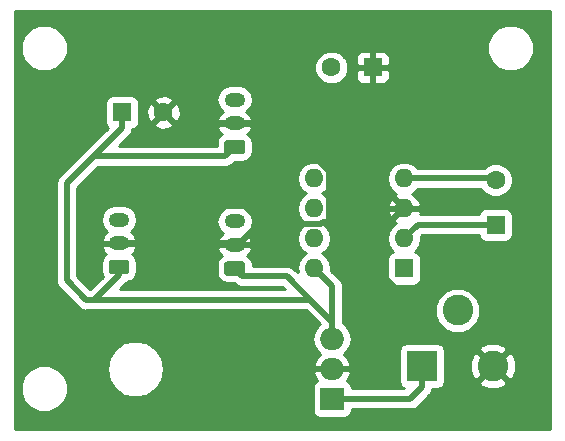
<source format=gbr>
G04 #@! TF.GenerationSoftware,KiCad,Pcbnew,(5.0.1)-rc2*
G04 #@! TF.CreationDate,2018-11-15T21:46:01-05:00*
G04 #@! TF.ProjectId,psu,7073752E6B696361645F706362000000,rev?*
G04 #@! TF.SameCoordinates,Original*
G04 #@! TF.FileFunction,Copper,L1,Top,Signal*
G04 #@! TF.FilePolarity,Positive*
%FSLAX46Y46*%
G04 Gerber Fmt 4.6, Leading zero omitted, Abs format (unit mm)*
G04 Created by KiCad (PCBNEW (5.0.1)-rc2) date 11/15/2018 9:46:01 PM*
%MOMM*%
%LPD*%
G01*
G04 APERTURE LIST*
G04 #@! TA.AperFunction,ComponentPad*
%ADD10R,2.600000X2.600000*%
G04 #@! TD*
G04 #@! TA.AperFunction,ComponentPad*
%ADD11C,2.600000*%
G04 #@! TD*
G04 #@! TA.AperFunction,ComponentPad*
%ADD12R,1.600000X1.600000*%
G04 #@! TD*
G04 #@! TA.AperFunction,ComponentPad*
%ADD13C,1.600000*%
G04 #@! TD*
G04 #@! TA.AperFunction,Conductor*
%ADD14C,0.100000*%
G04 #@! TD*
G04 #@! TA.AperFunction,ComponentPad*
%ADD15C,1.200000*%
G04 #@! TD*
G04 #@! TA.AperFunction,ComponentPad*
%ADD16O,1.750000X1.200000*%
G04 #@! TD*
G04 #@! TA.AperFunction,ComponentPad*
%ADD17O,1.600000X1.600000*%
G04 #@! TD*
G04 #@! TA.AperFunction,ComponentPad*
%ADD18R,2.000000X1.905000*%
G04 #@! TD*
G04 #@! TA.AperFunction,ComponentPad*
%ADD19O,2.000000X1.905000*%
G04 #@! TD*
G04 #@! TA.AperFunction,Conductor*
%ADD20C,0.508000*%
G04 #@! TD*
G04 #@! TA.AperFunction,Conductor*
%ADD21C,0.254000*%
G04 #@! TD*
G04 APERTURE END LIST*
D10*
G04 #@! TO.P,J3,1*
G04 #@! TO.N,Net-(J3-Pad1)*
X169926000Y-104394000D03*
D11*
G04 #@! TO.P,J3,2*
G04 #@! TO.N,GND*
X175926000Y-104394000D03*
G04 #@! TO.P,J3,3*
G04 #@! TO.N,N/C*
X172926000Y-99694000D03*
G04 #@! TD*
D12*
G04 #@! TO.P,C1,1*
G04 #@! TO.N,Net-(C1-Pad1)*
X176149000Y-92456000D03*
D13*
G04 #@! TO.P,C1,2*
G04 #@! TO.N,Net-(C1-Pad2)*
X176149000Y-88656000D03*
G04 #@! TD*
D12*
G04 #@! TO.P,C2,1*
G04 #@! TO.N,GND*
X165735000Y-79121000D03*
D13*
G04 #@! TO.P,C2,2*
G04 #@! TO.N,-9V*
X162235000Y-79121000D03*
G04 #@! TD*
G04 #@! TO.P,C3,2*
G04 #@! TO.N,GND*
X148026000Y-82931000D03*
D12*
G04 #@! TO.P,C3,1*
G04 #@! TO.N,+9V*
X144526000Y-82931000D03*
G04 #@! TD*
D14*
G04 #@! TO.N,+9V*
G04 #@! TO.C,J1*
G36*
X154700505Y-85253204D02*
X154724773Y-85256804D01*
X154748572Y-85262765D01*
X154771671Y-85271030D01*
X154793850Y-85281520D01*
X154814893Y-85294132D01*
X154834599Y-85308747D01*
X154852777Y-85325223D01*
X154869253Y-85343401D01*
X154883868Y-85363107D01*
X154896480Y-85384150D01*
X154906970Y-85406329D01*
X154915235Y-85429428D01*
X154921196Y-85453227D01*
X154924796Y-85477495D01*
X154926000Y-85501999D01*
X154926000Y-86202001D01*
X154924796Y-86226505D01*
X154921196Y-86250773D01*
X154915235Y-86274572D01*
X154906970Y-86297671D01*
X154896480Y-86319850D01*
X154883868Y-86340893D01*
X154869253Y-86360599D01*
X154852777Y-86378777D01*
X154834599Y-86395253D01*
X154814893Y-86409868D01*
X154793850Y-86422480D01*
X154771671Y-86432970D01*
X154748572Y-86441235D01*
X154724773Y-86447196D01*
X154700505Y-86450796D01*
X154676001Y-86452000D01*
X153425999Y-86452000D01*
X153401495Y-86450796D01*
X153377227Y-86447196D01*
X153353428Y-86441235D01*
X153330329Y-86432970D01*
X153308150Y-86422480D01*
X153287107Y-86409868D01*
X153267401Y-86395253D01*
X153249223Y-86378777D01*
X153232747Y-86360599D01*
X153218132Y-86340893D01*
X153205520Y-86319850D01*
X153195030Y-86297671D01*
X153186765Y-86274572D01*
X153180804Y-86250773D01*
X153177204Y-86226505D01*
X153176000Y-86202001D01*
X153176000Y-85501999D01*
X153177204Y-85477495D01*
X153180804Y-85453227D01*
X153186765Y-85429428D01*
X153195030Y-85406329D01*
X153205520Y-85384150D01*
X153218132Y-85363107D01*
X153232747Y-85343401D01*
X153249223Y-85325223D01*
X153267401Y-85308747D01*
X153287107Y-85294132D01*
X153308150Y-85281520D01*
X153330329Y-85271030D01*
X153353428Y-85262765D01*
X153377227Y-85256804D01*
X153401495Y-85253204D01*
X153425999Y-85252000D01*
X154676001Y-85252000D01*
X154700505Y-85253204D01*
X154700505Y-85253204D01*
G37*
D15*
G04 #@! TD*
G04 #@! TO.P,J1,1*
G04 #@! TO.N,+9V*
X154051000Y-85852000D03*
D16*
G04 #@! TO.P,J1,2*
G04 #@! TO.N,GND*
X154051000Y-83852000D03*
G04 #@! TO.P,J1,3*
G04 #@! TO.N,-9V*
X154051000Y-81852000D03*
G04 #@! TD*
G04 #@! TO.P,J2,3*
G04 #@! TO.N,-9V*
X154051000Y-92139000D03*
G04 #@! TO.P,J2,2*
G04 #@! TO.N,GND*
X154051000Y-94139000D03*
D14*
G04 #@! TD*
G04 #@! TO.N,+9V*
G04 #@! TO.C,J2*
G36*
X154700505Y-95540204D02*
X154724773Y-95543804D01*
X154748572Y-95549765D01*
X154771671Y-95558030D01*
X154793850Y-95568520D01*
X154814893Y-95581132D01*
X154834599Y-95595747D01*
X154852777Y-95612223D01*
X154869253Y-95630401D01*
X154883868Y-95650107D01*
X154896480Y-95671150D01*
X154906970Y-95693329D01*
X154915235Y-95716428D01*
X154921196Y-95740227D01*
X154924796Y-95764495D01*
X154926000Y-95788999D01*
X154926000Y-96489001D01*
X154924796Y-96513505D01*
X154921196Y-96537773D01*
X154915235Y-96561572D01*
X154906970Y-96584671D01*
X154896480Y-96606850D01*
X154883868Y-96627893D01*
X154869253Y-96647599D01*
X154852777Y-96665777D01*
X154834599Y-96682253D01*
X154814893Y-96696868D01*
X154793850Y-96709480D01*
X154771671Y-96719970D01*
X154748572Y-96728235D01*
X154724773Y-96734196D01*
X154700505Y-96737796D01*
X154676001Y-96739000D01*
X153425999Y-96739000D01*
X153401495Y-96737796D01*
X153377227Y-96734196D01*
X153353428Y-96728235D01*
X153330329Y-96719970D01*
X153308150Y-96709480D01*
X153287107Y-96696868D01*
X153267401Y-96682253D01*
X153249223Y-96665777D01*
X153232747Y-96647599D01*
X153218132Y-96627893D01*
X153205520Y-96606850D01*
X153195030Y-96584671D01*
X153186765Y-96561572D01*
X153180804Y-96537773D01*
X153177204Y-96513505D01*
X153176000Y-96489001D01*
X153176000Y-95788999D01*
X153177204Y-95764495D01*
X153180804Y-95740227D01*
X153186765Y-95716428D01*
X153195030Y-95693329D01*
X153205520Y-95671150D01*
X153218132Y-95650107D01*
X153232747Y-95630401D01*
X153249223Y-95612223D01*
X153267401Y-95595747D01*
X153287107Y-95581132D01*
X153308150Y-95568520D01*
X153330329Y-95558030D01*
X153353428Y-95549765D01*
X153377227Y-95543804D01*
X153401495Y-95540204D01*
X153425999Y-95539000D01*
X154676001Y-95539000D01*
X154700505Y-95540204D01*
X154700505Y-95540204D01*
G37*
D15*
G04 #@! TO.P,J2,1*
G04 #@! TO.N,+9V*
X154051000Y-96139000D03*
G04 #@! TD*
D14*
G04 #@! TO.N,+9V*
G04 #@! TO.C,J4*
G36*
X144921505Y-95413204D02*
X144945773Y-95416804D01*
X144969572Y-95422765D01*
X144992671Y-95431030D01*
X145014850Y-95441520D01*
X145035893Y-95454132D01*
X145055599Y-95468747D01*
X145073777Y-95485223D01*
X145090253Y-95503401D01*
X145104868Y-95523107D01*
X145117480Y-95544150D01*
X145127970Y-95566329D01*
X145136235Y-95589428D01*
X145142196Y-95613227D01*
X145145796Y-95637495D01*
X145147000Y-95661999D01*
X145147000Y-96362001D01*
X145145796Y-96386505D01*
X145142196Y-96410773D01*
X145136235Y-96434572D01*
X145127970Y-96457671D01*
X145117480Y-96479850D01*
X145104868Y-96500893D01*
X145090253Y-96520599D01*
X145073777Y-96538777D01*
X145055599Y-96555253D01*
X145035893Y-96569868D01*
X145014850Y-96582480D01*
X144992671Y-96592970D01*
X144969572Y-96601235D01*
X144945773Y-96607196D01*
X144921505Y-96610796D01*
X144897001Y-96612000D01*
X143646999Y-96612000D01*
X143622495Y-96610796D01*
X143598227Y-96607196D01*
X143574428Y-96601235D01*
X143551329Y-96592970D01*
X143529150Y-96582480D01*
X143508107Y-96569868D01*
X143488401Y-96555253D01*
X143470223Y-96538777D01*
X143453747Y-96520599D01*
X143439132Y-96500893D01*
X143426520Y-96479850D01*
X143416030Y-96457671D01*
X143407765Y-96434572D01*
X143401804Y-96410773D01*
X143398204Y-96386505D01*
X143397000Y-96362001D01*
X143397000Y-95661999D01*
X143398204Y-95637495D01*
X143401804Y-95613227D01*
X143407765Y-95589428D01*
X143416030Y-95566329D01*
X143426520Y-95544150D01*
X143439132Y-95523107D01*
X143453747Y-95503401D01*
X143470223Y-95485223D01*
X143488401Y-95468747D01*
X143508107Y-95454132D01*
X143529150Y-95441520D01*
X143551329Y-95431030D01*
X143574428Y-95422765D01*
X143598227Y-95416804D01*
X143622495Y-95413204D01*
X143646999Y-95412000D01*
X144897001Y-95412000D01*
X144921505Y-95413204D01*
X144921505Y-95413204D01*
G37*
D15*
G04 #@! TD*
G04 #@! TO.P,J4,1*
G04 #@! TO.N,+9V*
X144272000Y-96012000D03*
D16*
G04 #@! TO.P,J4,2*
G04 #@! TO.N,GND*
X144272000Y-94012000D03*
G04 #@! TO.P,J4,3*
G04 #@! TO.N,-9V*
X144272000Y-92012000D03*
G04 #@! TD*
D12*
G04 #@! TO.P,U1,1*
G04 #@! TO.N,Net-(U1-Pad1)*
X168402000Y-96139000D03*
D17*
G04 #@! TO.P,U1,5*
G04 #@! TO.N,-9V*
X160782000Y-88519000D03*
G04 #@! TO.P,U1,2*
G04 #@! TO.N,Net-(C1-Pad1)*
X168402000Y-93599000D03*
G04 #@! TO.P,U1,6*
G04 #@! TO.N,Net-(U1-Pad6)*
X160782000Y-91059000D03*
G04 #@! TO.P,U1,3*
G04 #@! TO.N,GND*
X168402000Y-91059000D03*
G04 #@! TO.P,U1,7*
G04 #@! TO.N,Net-(U1-Pad7)*
X160782000Y-93599000D03*
G04 #@! TO.P,U1,4*
G04 #@! TO.N,Net-(C1-Pad2)*
X168402000Y-88519000D03*
G04 #@! TO.P,U1,8*
G04 #@! TO.N,+9V*
X160782000Y-96139000D03*
G04 #@! TD*
D18*
G04 #@! TO.P,U2,1*
G04 #@! TO.N,Net-(J3-Pad1)*
X162306000Y-107188000D03*
D19*
G04 #@! TO.P,U2,2*
G04 #@! TO.N,GND*
X162306000Y-104648000D03*
G04 #@! TO.P,U2,3*
G04 #@! TO.N,+9V*
X162306000Y-102108000D03*
G04 #@! TD*
D20*
G04 #@! TO.N,Net-(C1-Pad1)*
X169545000Y-92456000D02*
X176149000Y-92456000D01*
X168402000Y-93599000D02*
X169545000Y-92456000D01*
G04 #@! TO.N,Net-(C1-Pad2)*
X176012000Y-88519000D02*
X176149000Y-88656000D01*
X168402000Y-88519000D02*
X176012000Y-88519000D01*
G04 #@! TO.N,GND*
X168402000Y-91059000D02*
X165354000Y-94107000D01*
X168402000Y-91059000D02*
X165735000Y-88392000D01*
X165354000Y-88011000D02*
X165735000Y-87630000D01*
X165354000Y-94361000D02*
X165354000Y-88011000D01*
X165735000Y-87630000D02*
X165735000Y-79121000D01*
X165735000Y-88392000D02*
X165735000Y-87630000D01*
X165354000Y-94361000D02*
X165354000Y-95508202D01*
X165354000Y-94107000D02*
X165354000Y-94361000D01*
X155434000Y-83852000D02*
X154051000Y-83852000D01*
X157970922Y-83852000D02*
X155434000Y-83852000D01*
X162036001Y-87917079D02*
X157970922Y-83852000D01*
X162036001Y-92190203D02*
X162036001Y-87917079D01*
X172485797Y-102639999D02*
X162036001Y-92190203D01*
X174171999Y-102639999D02*
X172485797Y-102639999D01*
X175926000Y-104394000D02*
X174171999Y-102639999D01*
X166227000Y-102235000D02*
X172080798Y-102235000D01*
X163814000Y-104648000D02*
X166227000Y-102235000D01*
X162306000Y-104648000D02*
X163814000Y-104648000D01*
X165354000Y-95508202D02*
X172080798Y-102235000D01*
X172080798Y-102235000D02*
X172485797Y-102639999D01*
X154326000Y-94139000D02*
X154051000Y-94139000D01*
X156120001Y-92344999D02*
X154326000Y-94139000D01*
X161351923Y-92344999D02*
X156120001Y-92344999D01*
X161506719Y-92190203D02*
X161351923Y-92344999D01*
X162036001Y-92190203D02*
X161506719Y-92190203D01*
X154021622Y-94139000D02*
X154051000Y-94139000D01*
X153894622Y-94012000D02*
X154021622Y-94139000D01*
X144272000Y-94012000D02*
X153894622Y-94012000D01*
X148947000Y-83852000D02*
X148026000Y-82931000D01*
X154051000Y-83852000D02*
X148947000Y-83852000D01*
G04 #@! TO.N,+9V*
X162306000Y-97663000D02*
X160782000Y-96139000D01*
X162306000Y-102108000D02*
X162306000Y-97663000D01*
X162306000Y-102108000D02*
X162306000Y-100647500D01*
X141478000Y-98806000D02*
X139827000Y-97155000D01*
X144526000Y-84239000D02*
X144526000Y-82931000D01*
X139827000Y-97155000D02*
X139827000Y-88938000D01*
X142178000Y-98806000D02*
X141732000Y-98806000D01*
X144272000Y-96712000D02*
X142178000Y-98806000D01*
X144272000Y-96012000D02*
X144272000Y-96712000D01*
X160464500Y-98806000D02*
X141732000Y-98806000D01*
X141732000Y-98806000D02*
X141478000Y-98806000D01*
X158468210Y-96809710D02*
X160718500Y-99060000D01*
X154721710Y-96809710D02*
X158468210Y-96809710D01*
X154051000Y-96139000D02*
X154721710Y-96809710D01*
X162306000Y-100647500D02*
X160718500Y-99060000D01*
X160718500Y-99060000D02*
X160464500Y-98806000D01*
X153251000Y-86652000D02*
X154051000Y-85852000D01*
X142113000Y-86652000D02*
X153251000Y-86652000D01*
X142113000Y-86652000D02*
X144526000Y-84239000D01*
X139827000Y-88938000D02*
X142113000Y-86652000D01*
G04 #@! TO.N,Net-(J3-Pad1)*
X163814000Y-107188000D02*
X162306000Y-107188000D01*
X168940000Y-107188000D02*
X163814000Y-107188000D01*
X169926000Y-106202000D02*
X168940000Y-107188000D01*
X169926000Y-104394000D02*
X169926000Y-106202000D01*
G04 #@! TD*
D21*
G04 #@! TO.N,GND*
G36*
X180773000Y-88780312D02*
X180773001Y-109728000D01*
X135457000Y-109728000D01*
X135457000Y-105904159D01*
X135937000Y-105904159D01*
X135937000Y-106693841D01*
X136239199Y-107423412D01*
X136797588Y-107981801D01*
X137527159Y-108284000D01*
X138316841Y-108284000D01*
X139046412Y-107981801D01*
X139604801Y-107423412D01*
X139907000Y-106693841D01*
X139907000Y-105904159D01*
X139604801Y-105174588D01*
X139078213Y-104648000D01*
X143214276Y-104648000D01*
X143399380Y-105578580D01*
X143926511Y-106367489D01*
X144715420Y-106894620D01*
X145411103Y-107033000D01*
X145880897Y-107033000D01*
X146576580Y-106894620D01*
X147365489Y-106367489D01*
X147453681Y-106235500D01*
X160658560Y-106235500D01*
X160658560Y-108140500D01*
X160707843Y-108388265D01*
X160848191Y-108598309D01*
X161058235Y-108738657D01*
X161306000Y-108787940D01*
X163306000Y-108787940D01*
X163553765Y-108738657D01*
X163763809Y-108598309D01*
X163904157Y-108388265D01*
X163953440Y-108140500D01*
X163953440Y-108077000D01*
X168852445Y-108077000D01*
X168940000Y-108094416D01*
X169027555Y-108077000D01*
X169027556Y-108077000D01*
X169286870Y-108025419D01*
X169580933Y-107828933D01*
X169630531Y-107754704D01*
X170492706Y-106892529D01*
X170566933Y-106842933D01*
X170715027Y-106621294D01*
X170763419Y-106548871D01*
X170804680Y-106341440D01*
X171226000Y-106341440D01*
X171473765Y-106292157D01*
X171683809Y-106151809D01*
X171824157Y-105941765D01*
X171859623Y-105763459D01*
X174736146Y-105763459D01*
X174871504Y-106061455D01*
X175589880Y-106338066D01*
X176359427Y-106318710D01*
X176980496Y-106061455D01*
X177115854Y-105763459D01*
X175926000Y-104573605D01*
X174736146Y-105763459D01*
X171859623Y-105763459D01*
X171873440Y-105694000D01*
X171873440Y-104057880D01*
X173981934Y-104057880D01*
X174001290Y-104827427D01*
X174258545Y-105448496D01*
X174556541Y-105583854D01*
X175746395Y-104394000D01*
X176105605Y-104394000D01*
X177295459Y-105583854D01*
X177593455Y-105448496D01*
X177870066Y-104730120D01*
X177850710Y-103960573D01*
X177593455Y-103339504D01*
X177295459Y-103204146D01*
X176105605Y-104394000D01*
X175746395Y-104394000D01*
X174556541Y-103204146D01*
X174258545Y-103339504D01*
X173981934Y-104057880D01*
X171873440Y-104057880D01*
X171873440Y-103094000D01*
X171859624Y-103024541D01*
X174736146Y-103024541D01*
X175926000Y-104214395D01*
X177115854Y-103024541D01*
X176980496Y-102726545D01*
X176262120Y-102449934D01*
X175492573Y-102469290D01*
X174871504Y-102726545D01*
X174736146Y-103024541D01*
X171859624Y-103024541D01*
X171824157Y-102846235D01*
X171683809Y-102636191D01*
X171473765Y-102495843D01*
X171226000Y-102446560D01*
X168626000Y-102446560D01*
X168378235Y-102495843D01*
X168168191Y-102636191D01*
X168027843Y-102846235D01*
X167978560Y-103094000D01*
X167978560Y-105694000D01*
X168027843Y-105941765D01*
X168168191Y-106151809D01*
X168378235Y-106292157D01*
X168412637Y-106299000D01*
X163953440Y-106299000D01*
X163953440Y-106235500D01*
X163904157Y-105987735D01*
X163763809Y-105777691D01*
X163558857Y-105640745D01*
X163681973Y-105514924D01*
X163896563Y-105020980D01*
X163776594Y-104775000D01*
X162433000Y-104775000D01*
X162433000Y-104795000D01*
X162179000Y-104795000D01*
X162179000Y-104775000D01*
X160835406Y-104775000D01*
X160715437Y-105020980D01*
X160930027Y-105514924D01*
X161053143Y-105640745D01*
X160848191Y-105777691D01*
X160707843Y-105987735D01*
X160658560Y-106235500D01*
X147453681Y-106235500D01*
X147892620Y-105578580D01*
X148077724Y-104648000D01*
X147892620Y-103717420D01*
X147365489Y-102928511D01*
X146576580Y-102401380D01*
X145880897Y-102263000D01*
X145411103Y-102263000D01*
X144715420Y-102401380D01*
X143926511Y-102928511D01*
X143399380Y-103717420D01*
X143214276Y-104648000D01*
X139078213Y-104648000D01*
X139046412Y-104616199D01*
X138316841Y-104314000D01*
X137527159Y-104314000D01*
X136797588Y-104616199D01*
X136239199Y-105174588D01*
X135937000Y-105904159D01*
X135457000Y-105904159D01*
X135457000Y-88938000D01*
X138920584Y-88938000D01*
X138938001Y-89025559D01*
X138938000Y-97067445D01*
X138920584Y-97155000D01*
X138938000Y-97242555D01*
X138989581Y-97501869D01*
X139186067Y-97795933D01*
X139260296Y-97845531D01*
X140787470Y-99372706D01*
X140837067Y-99446933D01*
X140911293Y-99496529D01*
X141131129Y-99643419D01*
X141478000Y-99712416D01*
X141565556Y-99695000D01*
X142090445Y-99695000D01*
X142178000Y-99712416D01*
X142265555Y-99695000D01*
X160096264Y-99695000D01*
X160151793Y-99750529D01*
X160151796Y-99750531D01*
X161264299Y-100863035D01*
X161113977Y-100963477D01*
X160763109Y-101488589D01*
X160639900Y-102108000D01*
X160763109Y-102727411D01*
X161113977Y-103252523D01*
X161315474Y-103387159D01*
X160930027Y-103781076D01*
X160715437Y-104275020D01*
X160835406Y-104521000D01*
X162179000Y-104521000D01*
X162179000Y-104501000D01*
X162433000Y-104501000D01*
X162433000Y-104521000D01*
X163776594Y-104521000D01*
X163896563Y-104275020D01*
X163681973Y-103781076D01*
X163296526Y-103387159D01*
X163498023Y-103252523D01*
X163848891Y-102727411D01*
X163972100Y-102108000D01*
X163848891Y-101488589D01*
X163498023Y-100963477D01*
X163195000Y-100761004D01*
X163195000Y-100735054D01*
X163212416Y-100647499D01*
X163195000Y-100559944D01*
X163195000Y-99309105D01*
X170991000Y-99309105D01*
X170991000Y-100078895D01*
X171285586Y-100790090D01*
X171829910Y-101334414D01*
X172541105Y-101629000D01*
X173310895Y-101629000D01*
X174022090Y-101334414D01*
X174566414Y-100790090D01*
X174861000Y-100078895D01*
X174861000Y-99309105D01*
X174566414Y-98597910D01*
X174022090Y-98053586D01*
X173310895Y-97759000D01*
X172541105Y-97759000D01*
X171829910Y-98053586D01*
X171285586Y-98597910D01*
X170991000Y-99309105D01*
X163195000Y-99309105D01*
X163195000Y-97750550D01*
X163212415Y-97662999D01*
X163195000Y-97575448D01*
X163195000Y-97575444D01*
X163143419Y-97316130D01*
X162946933Y-97022067D01*
X162872707Y-96972471D01*
X162210956Y-96310720D01*
X162245113Y-96139000D01*
X162133740Y-95579091D01*
X161816577Y-95104423D01*
X161464242Y-94869000D01*
X161816577Y-94633577D01*
X162133740Y-94158909D01*
X162245113Y-93599000D01*
X166938887Y-93599000D01*
X167050260Y-94158909D01*
X167367423Y-94633577D01*
X167488106Y-94714215D01*
X167354235Y-94740843D01*
X167144191Y-94881191D01*
X167003843Y-95091235D01*
X166954560Y-95339000D01*
X166954560Y-96939000D01*
X167003843Y-97186765D01*
X167144191Y-97396809D01*
X167354235Y-97537157D01*
X167602000Y-97586440D01*
X169202000Y-97586440D01*
X169449765Y-97537157D01*
X169659809Y-97396809D01*
X169800157Y-97186765D01*
X169849440Y-96939000D01*
X169849440Y-95339000D01*
X169800157Y-95091235D01*
X169659809Y-94881191D01*
X169449765Y-94740843D01*
X169315894Y-94714215D01*
X169436577Y-94633577D01*
X169753740Y-94158909D01*
X169865113Y-93599000D01*
X169830956Y-93427280D01*
X169913236Y-93345000D01*
X174719263Y-93345000D01*
X174750843Y-93503765D01*
X174891191Y-93713809D01*
X175101235Y-93854157D01*
X175349000Y-93903440D01*
X176949000Y-93903440D01*
X177196765Y-93854157D01*
X177406809Y-93713809D01*
X177547157Y-93503765D01*
X177596440Y-93256000D01*
X177596440Y-91656000D01*
X177547157Y-91408235D01*
X177406809Y-91198191D01*
X177196765Y-91057843D01*
X176949000Y-91008560D01*
X175349000Y-91008560D01*
X175101235Y-91057843D01*
X174891191Y-91198191D01*
X174750843Y-91408235D01*
X174719263Y-91567000D01*
X169728065Y-91567000D01*
X169793904Y-91408039D01*
X169671915Y-91186000D01*
X168529000Y-91186000D01*
X168529000Y-91206000D01*
X168275000Y-91206000D01*
X168275000Y-91186000D01*
X167132085Y-91186000D01*
X167010096Y-91408039D01*
X167170959Y-91796423D01*
X167546866Y-92211389D01*
X167751108Y-92308053D01*
X167367423Y-92564423D01*
X167050260Y-93039091D01*
X166938887Y-93599000D01*
X162245113Y-93599000D01*
X162133740Y-93039091D01*
X161816577Y-92564423D01*
X161464242Y-92329000D01*
X161816577Y-92093577D01*
X162133740Y-91618909D01*
X162245113Y-91059000D01*
X162133740Y-90499091D01*
X161816577Y-90024423D01*
X161464242Y-89789000D01*
X161816577Y-89553577D01*
X162133740Y-89078909D01*
X162245113Y-88519000D01*
X166938887Y-88519000D01*
X167050260Y-89078909D01*
X167367423Y-89553577D01*
X167751108Y-89809947D01*
X167546866Y-89906611D01*
X167170959Y-90321577D01*
X167010096Y-90709961D01*
X167132085Y-90932000D01*
X168275000Y-90932000D01*
X168275000Y-90912000D01*
X168529000Y-90912000D01*
X168529000Y-90932000D01*
X169671915Y-90932000D01*
X169793904Y-90709961D01*
X169633041Y-90321577D01*
X169257134Y-89906611D01*
X169052892Y-89809947D01*
X169436577Y-89553577D01*
X169533848Y-89408000D01*
X174907256Y-89408000D01*
X174932466Y-89468862D01*
X175336138Y-89872534D01*
X175863561Y-90091000D01*
X176434439Y-90091000D01*
X176961862Y-89872534D01*
X177365534Y-89468862D01*
X177584000Y-88941439D01*
X177584000Y-88370561D01*
X177365534Y-87843138D01*
X176961862Y-87439466D01*
X176434439Y-87221000D01*
X175863561Y-87221000D01*
X175336138Y-87439466D01*
X175145604Y-87630000D01*
X169533848Y-87630000D01*
X169436577Y-87484423D01*
X168961909Y-87167260D01*
X168543333Y-87084000D01*
X168260667Y-87084000D01*
X167842091Y-87167260D01*
X167367423Y-87484423D01*
X167050260Y-87959091D01*
X166938887Y-88519000D01*
X162245113Y-88519000D01*
X162133740Y-87959091D01*
X161816577Y-87484423D01*
X161341909Y-87167260D01*
X160923333Y-87084000D01*
X160640667Y-87084000D01*
X160222091Y-87167260D01*
X159747423Y-87484423D01*
X159430260Y-87959091D01*
X159318887Y-88519000D01*
X159430260Y-89078909D01*
X159747423Y-89553577D01*
X160099758Y-89789000D01*
X159747423Y-90024423D01*
X159430260Y-90499091D01*
X159318887Y-91059000D01*
X159430260Y-91618909D01*
X159747423Y-92093577D01*
X160099758Y-92329000D01*
X159747423Y-92564423D01*
X159430260Y-93039091D01*
X159318887Y-93599000D01*
X159430260Y-94158909D01*
X159747423Y-94633577D01*
X160099758Y-94869000D01*
X159747423Y-95104423D01*
X159430260Y-95579091D01*
X159318887Y-96139000D01*
X159384477Y-96468742D01*
X159158741Y-96243006D01*
X159109143Y-96168777D01*
X158815080Y-95972291D01*
X158555766Y-95920710D01*
X158555765Y-95920710D01*
X158468210Y-95903294D01*
X158380655Y-95920710D01*
X155573440Y-95920710D01*
X155573440Y-95788999D01*
X155505127Y-95445564D01*
X155310586Y-95154414D01*
X155143653Y-95042873D01*
X155289080Y-94922474D01*
X155515592Y-94494281D01*
X155519462Y-94456609D01*
X155394731Y-94266000D01*
X154178000Y-94266000D01*
X154178000Y-94286000D01*
X153924000Y-94286000D01*
X153924000Y-94266000D01*
X152707269Y-94266000D01*
X152582538Y-94456609D01*
X152586408Y-94494281D01*
X152812920Y-94922474D01*
X152958347Y-95042873D01*
X152791414Y-95154414D01*
X152596873Y-95445564D01*
X152528560Y-95788999D01*
X152528560Y-96489001D01*
X152596873Y-96832436D01*
X152791414Y-97123586D01*
X153082564Y-97318127D01*
X153425999Y-97386440D01*
X154037878Y-97386440D01*
X154080777Y-97450643D01*
X154374840Y-97647129D01*
X154634154Y-97698710D01*
X154721709Y-97716126D01*
X154809264Y-97698710D01*
X158099975Y-97698710D01*
X158318265Y-97917000D01*
X144324236Y-97917000D01*
X144838707Y-97402529D01*
X144912933Y-97352933D01*
X144987420Y-97241455D01*
X145240436Y-97191127D01*
X145531586Y-96996586D01*
X145726127Y-96705436D01*
X145794440Y-96362001D01*
X145794440Y-95661999D01*
X145726127Y-95318564D01*
X145531586Y-95027414D01*
X145364653Y-94915873D01*
X145510080Y-94795474D01*
X145736592Y-94367281D01*
X145740462Y-94329609D01*
X145615731Y-94139000D01*
X144399000Y-94139000D01*
X144399000Y-94159000D01*
X144145000Y-94159000D01*
X144145000Y-94139000D01*
X142928269Y-94139000D01*
X142803538Y-94329609D01*
X142807408Y-94367281D01*
X143033920Y-94795474D01*
X143179347Y-94915873D01*
X143012414Y-95027414D01*
X142817873Y-95318564D01*
X142749560Y-95661999D01*
X142749560Y-96362001D01*
X142817873Y-96705436D01*
X142899366Y-96827398D01*
X141828000Y-97898765D01*
X140716000Y-96786765D01*
X140716000Y-92012000D01*
X142737805Y-92012000D01*
X142833656Y-92493873D01*
X143106615Y-92902385D01*
X143284385Y-93021167D01*
X143033920Y-93228526D01*
X142807408Y-93656719D01*
X142803538Y-93694391D01*
X142928269Y-93885000D01*
X144145000Y-93885000D01*
X144145000Y-93865000D01*
X144399000Y-93865000D01*
X144399000Y-93885000D01*
X145615731Y-93885000D01*
X145740462Y-93694391D01*
X145736592Y-93656719D01*
X145510080Y-93228526D01*
X145259615Y-93021167D01*
X145437385Y-92902385D01*
X145710344Y-92493873D01*
X145780932Y-92139000D01*
X152516805Y-92139000D01*
X152612656Y-92620873D01*
X152885615Y-93029385D01*
X153063385Y-93148167D01*
X152812920Y-93355526D01*
X152586408Y-93783719D01*
X152582538Y-93821391D01*
X152707269Y-94012000D01*
X153924000Y-94012000D01*
X153924000Y-93992000D01*
X154178000Y-93992000D01*
X154178000Y-94012000D01*
X155394731Y-94012000D01*
X155519462Y-93821391D01*
X155515592Y-93783719D01*
X155289080Y-93355526D01*
X155038615Y-93148167D01*
X155216385Y-93029385D01*
X155489344Y-92620873D01*
X155585195Y-92139000D01*
X155489344Y-91657127D01*
X155216385Y-91248615D01*
X154807873Y-90975656D01*
X154447636Y-90904000D01*
X153654364Y-90904000D01*
X153294127Y-90975656D01*
X152885615Y-91248615D01*
X152612656Y-91657127D01*
X152516805Y-92139000D01*
X145780932Y-92139000D01*
X145806195Y-92012000D01*
X145710344Y-91530127D01*
X145437385Y-91121615D01*
X145028873Y-90848656D01*
X144668636Y-90777000D01*
X143875364Y-90777000D01*
X143515127Y-90848656D01*
X143106615Y-91121615D01*
X142833656Y-91530127D01*
X142737805Y-92012000D01*
X140716000Y-92012000D01*
X140716000Y-89306235D01*
X142481236Y-87541000D01*
X153163445Y-87541000D01*
X153251000Y-87558416D01*
X153338555Y-87541000D01*
X153338556Y-87541000D01*
X153597870Y-87489419D01*
X153891933Y-87292933D01*
X153941531Y-87218704D01*
X154060795Y-87099440D01*
X154676001Y-87099440D01*
X155019436Y-87031127D01*
X155310586Y-86836586D01*
X155505127Y-86545436D01*
X155573440Y-86202001D01*
X155573440Y-85501999D01*
X155505127Y-85158564D01*
X155310586Y-84867414D01*
X155143653Y-84755873D01*
X155289080Y-84635474D01*
X155515592Y-84207281D01*
X155519462Y-84169609D01*
X155394731Y-83979000D01*
X154178000Y-83979000D01*
X154178000Y-83999000D01*
X153924000Y-83999000D01*
X153924000Y-83979000D01*
X152707269Y-83979000D01*
X152582538Y-84169609D01*
X152586408Y-84207281D01*
X152812920Y-84635474D01*
X152958347Y-84755873D01*
X152791414Y-84867414D01*
X152596873Y-85158564D01*
X152528560Y-85501999D01*
X152528560Y-85763000D01*
X144259236Y-85763000D01*
X145092707Y-84929529D01*
X145166933Y-84879933D01*
X145363419Y-84585870D01*
X145407921Y-84362145D01*
X145573765Y-84329157D01*
X145783809Y-84188809D01*
X145924157Y-83978765D01*
X145932117Y-83938745D01*
X147197861Y-83938745D01*
X147271995Y-84184864D01*
X147809223Y-84377965D01*
X148379454Y-84350778D01*
X148780005Y-84184864D01*
X148854139Y-83938745D01*
X148026000Y-83110605D01*
X147197861Y-83938745D01*
X145932117Y-83938745D01*
X145973440Y-83731000D01*
X145973440Y-82714223D01*
X146579035Y-82714223D01*
X146606222Y-83284454D01*
X146772136Y-83685005D01*
X147018255Y-83759139D01*
X147846395Y-82931000D01*
X148205605Y-82931000D01*
X149033745Y-83759139D01*
X149279864Y-83685005D01*
X149472965Y-83147777D01*
X149445778Y-82577546D01*
X149279864Y-82176995D01*
X149033745Y-82102861D01*
X148205605Y-82931000D01*
X147846395Y-82931000D01*
X147018255Y-82102861D01*
X146772136Y-82176995D01*
X146579035Y-82714223D01*
X145973440Y-82714223D01*
X145973440Y-82131000D01*
X145932118Y-81923255D01*
X147197861Y-81923255D01*
X148026000Y-82751395D01*
X148854139Y-81923255D01*
X148832677Y-81852000D01*
X152516805Y-81852000D01*
X152612656Y-82333873D01*
X152885615Y-82742385D01*
X153063385Y-82861167D01*
X152812920Y-83068526D01*
X152586408Y-83496719D01*
X152582538Y-83534391D01*
X152707269Y-83725000D01*
X153924000Y-83725000D01*
X153924000Y-83705000D01*
X154178000Y-83705000D01*
X154178000Y-83725000D01*
X155394731Y-83725000D01*
X155519462Y-83534391D01*
X155515592Y-83496719D01*
X155289080Y-83068526D01*
X155038615Y-82861167D01*
X155216385Y-82742385D01*
X155489344Y-82333873D01*
X155585195Y-81852000D01*
X155489344Y-81370127D01*
X155216385Y-80961615D01*
X154807873Y-80688656D01*
X154447636Y-80617000D01*
X153654364Y-80617000D01*
X153294127Y-80688656D01*
X152885615Y-80961615D01*
X152612656Y-81370127D01*
X152516805Y-81852000D01*
X148832677Y-81852000D01*
X148780005Y-81677136D01*
X148242777Y-81484035D01*
X147672546Y-81511222D01*
X147271995Y-81677136D01*
X147197861Y-81923255D01*
X145932118Y-81923255D01*
X145924157Y-81883235D01*
X145783809Y-81673191D01*
X145573765Y-81532843D01*
X145326000Y-81483560D01*
X143726000Y-81483560D01*
X143478235Y-81532843D01*
X143268191Y-81673191D01*
X143127843Y-81883235D01*
X143078560Y-82131000D01*
X143078560Y-83731000D01*
X143127843Y-83978765D01*
X143268191Y-84188809D01*
X143298622Y-84209142D01*
X141546296Y-85961469D01*
X141472067Y-86011067D01*
X141422471Y-86085293D01*
X139260294Y-88247471D01*
X139186068Y-88297067D01*
X139136472Y-88371293D01*
X139136471Y-88371294D01*
X138989582Y-88591130D01*
X138920584Y-88938000D01*
X135457000Y-88938000D01*
X135457000Y-77075159D01*
X135937000Y-77075159D01*
X135937000Y-77864841D01*
X136239199Y-78594412D01*
X136797588Y-79152801D01*
X137527159Y-79455000D01*
X138316841Y-79455000D01*
X139046412Y-79152801D01*
X139363652Y-78835561D01*
X160800000Y-78835561D01*
X160800000Y-79406439D01*
X161018466Y-79933862D01*
X161422138Y-80337534D01*
X161949561Y-80556000D01*
X162520439Y-80556000D01*
X163047862Y-80337534D01*
X163451534Y-79933862D01*
X163669871Y-79406750D01*
X164300000Y-79406750D01*
X164300000Y-80047310D01*
X164396673Y-80280699D01*
X164575302Y-80459327D01*
X164808691Y-80556000D01*
X165449250Y-80556000D01*
X165608000Y-80397250D01*
X165608000Y-79248000D01*
X165862000Y-79248000D01*
X165862000Y-80397250D01*
X166020750Y-80556000D01*
X166661309Y-80556000D01*
X166894698Y-80459327D01*
X167073327Y-80280699D01*
X167170000Y-80047310D01*
X167170000Y-79406750D01*
X167011250Y-79248000D01*
X165862000Y-79248000D01*
X165608000Y-79248000D01*
X164458750Y-79248000D01*
X164300000Y-79406750D01*
X163669871Y-79406750D01*
X163670000Y-79406439D01*
X163670000Y-78835561D01*
X163451534Y-78308138D01*
X163338086Y-78194690D01*
X164300000Y-78194690D01*
X164300000Y-78835250D01*
X164458750Y-78994000D01*
X165608000Y-78994000D01*
X165608000Y-77844750D01*
X165862000Y-77844750D01*
X165862000Y-78994000D01*
X167011250Y-78994000D01*
X167170000Y-78835250D01*
X167170000Y-78194690D01*
X167073327Y-77961301D01*
X166894698Y-77782673D01*
X166661309Y-77686000D01*
X166020750Y-77686000D01*
X165862000Y-77844750D01*
X165608000Y-77844750D01*
X165449250Y-77686000D01*
X164808691Y-77686000D01*
X164575302Y-77782673D01*
X164396673Y-77961301D01*
X164300000Y-78194690D01*
X163338086Y-78194690D01*
X163047862Y-77904466D01*
X162520439Y-77686000D01*
X161949561Y-77686000D01*
X161422138Y-77904466D01*
X161018466Y-78308138D01*
X160800000Y-78835561D01*
X139363652Y-78835561D01*
X139604801Y-78594412D01*
X139907000Y-77864841D01*
X139907000Y-77075159D01*
X175434000Y-77075159D01*
X175434000Y-77864841D01*
X175736199Y-78594412D01*
X176294588Y-79152801D01*
X177024159Y-79455000D01*
X177813841Y-79455000D01*
X178543412Y-79152801D01*
X179101801Y-78594412D01*
X179404000Y-77864841D01*
X179404000Y-77075159D01*
X179101801Y-76345588D01*
X178543412Y-75787199D01*
X177813841Y-75485000D01*
X177024159Y-75485000D01*
X176294588Y-75787199D01*
X175736199Y-76345588D01*
X175434000Y-77075159D01*
X139907000Y-77075159D01*
X139604801Y-76345588D01*
X139046412Y-75787199D01*
X138316841Y-75485000D01*
X137527159Y-75485000D01*
X136797588Y-75787199D01*
X136239199Y-76345588D01*
X135937000Y-77075159D01*
X135457000Y-77075159D01*
X135457000Y-74370000D01*
X180721718Y-74370000D01*
X180773000Y-88780312D01*
X180773000Y-88780312D01*
G37*
X180773000Y-88780312D02*
X180773001Y-109728000D01*
X135457000Y-109728000D01*
X135457000Y-105904159D01*
X135937000Y-105904159D01*
X135937000Y-106693841D01*
X136239199Y-107423412D01*
X136797588Y-107981801D01*
X137527159Y-108284000D01*
X138316841Y-108284000D01*
X139046412Y-107981801D01*
X139604801Y-107423412D01*
X139907000Y-106693841D01*
X139907000Y-105904159D01*
X139604801Y-105174588D01*
X139078213Y-104648000D01*
X143214276Y-104648000D01*
X143399380Y-105578580D01*
X143926511Y-106367489D01*
X144715420Y-106894620D01*
X145411103Y-107033000D01*
X145880897Y-107033000D01*
X146576580Y-106894620D01*
X147365489Y-106367489D01*
X147453681Y-106235500D01*
X160658560Y-106235500D01*
X160658560Y-108140500D01*
X160707843Y-108388265D01*
X160848191Y-108598309D01*
X161058235Y-108738657D01*
X161306000Y-108787940D01*
X163306000Y-108787940D01*
X163553765Y-108738657D01*
X163763809Y-108598309D01*
X163904157Y-108388265D01*
X163953440Y-108140500D01*
X163953440Y-108077000D01*
X168852445Y-108077000D01*
X168940000Y-108094416D01*
X169027555Y-108077000D01*
X169027556Y-108077000D01*
X169286870Y-108025419D01*
X169580933Y-107828933D01*
X169630531Y-107754704D01*
X170492706Y-106892529D01*
X170566933Y-106842933D01*
X170715027Y-106621294D01*
X170763419Y-106548871D01*
X170804680Y-106341440D01*
X171226000Y-106341440D01*
X171473765Y-106292157D01*
X171683809Y-106151809D01*
X171824157Y-105941765D01*
X171859623Y-105763459D01*
X174736146Y-105763459D01*
X174871504Y-106061455D01*
X175589880Y-106338066D01*
X176359427Y-106318710D01*
X176980496Y-106061455D01*
X177115854Y-105763459D01*
X175926000Y-104573605D01*
X174736146Y-105763459D01*
X171859623Y-105763459D01*
X171873440Y-105694000D01*
X171873440Y-104057880D01*
X173981934Y-104057880D01*
X174001290Y-104827427D01*
X174258545Y-105448496D01*
X174556541Y-105583854D01*
X175746395Y-104394000D01*
X176105605Y-104394000D01*
X177295459Y-105583854D01*
X177593455Y-105448496D01*
X177870066Y-104730120D01*
X177850710Y-103960573D01*
X177593455Y-103339504D01*
X177295459Y-103204146D01*
X176105605Y-104394000D01*
X175746395Y-104394000D01*
X174556541Y-103204146D01*
X174258545Y-103339504D01*
X173981934Y-104057880D01*
X171873440Y-104057880D01*
X171873440Y-103094000D01*
X171859624Y-103024541D01*
X174736146Y-103024541D01*
X175926000Y-104214395D01*
X177115854Y-103024541D01*
X176980496Y-102726545D01*
X176262120Y-102449934D01*
X175492573Y-102469290D01*
X174871504Y-102726545D01*
X174736146Y-103024541D01*
X171859624Y-103024541D01*
X171824157Y-102846235D01*
X171683809Y-102636191D01*
X171473765Y-102495843D01*
X171226000Y-102446560D01*
X168626000Y-102446560D01*
X168378235Y-102495843D01*
X168168191Y-102636191D01*
X168027843Y-102846235D01*
X167978560Y-103094000D01*
X167978560Y-105694000D01*
X168027843Y-105941765D01*
X168168191Y-106151809D01*
X168378235Y-106292157D01*
X168412637Y-106299000D01*
X163953440Y-106299000D01*
X163953440Y-106235500D01*
X163904157Y-105987735D01*
X163763809Y-105777691D01*
X163558857Y-105640745D01*
X163681973Y-105514924D01*
X163896563Y-105020980D01*
X163776594Y-104775000D01*
X162433000Y-104775000D01*
X162433000Y-104795000D01*
X162179000Y-104795000D01*
X162179000Y-104775000D01*
X160835406Y-104775000D01*
X160715437Y-105020980D01*
X160930027Y-105514924D01*
X161053143Y-105640745D01*
X160848191Y-105777691D01*
X160707843Y-105987735D01*
X160658560Y-106235500D01*
X147453681Y-106235500D01*
X147892620Y-105578580D01*
X148077724Y-104648000D01*
X147892620Y-103717420D01*
X147365489Y-102928511D01*
X146576580Y-102401380D01*
X145880897Y-102263000D01*
X145411103Y-102263000D01*
X144715420Y-102401380D01*
X143926511Y-102928511D01*
X143399380Y-103717420D01*
X143214276Y-104648000D01*
X139078213Y-104648000D01*
X139046412Y-104616199D01*
X138316841Y-104314000D01*
X137527159Y-104314000D01*
X136797588Y-104616199D01*
X136239199Y-105174588D01*
X135937000Y-105904159D01*
X135457000Y-105904159D01*
X135457000Y-88938000D01*
X138920584Y-88938000D01*
X138938001Y-89025559D01*
X138938000Y-97067445D01*
X138920584Y-97155000D01*
X138938000Y-97242555D01*
X138989581Y-97501869D01*
X139186067Y-97795933D01*
X139260296Y-97845531D01*
X140787470Y-99372706D01*
X140837067Y-99446933D01*
X140911293Y-99496529D01*
X141131129Y-99643419D01*
X141478000Y-99712416D01*
X141565556Y-99695000D01*
X142090445Y-99695000D01*
X142178000Y-99712416D01*
X142265555Y-99695000D01*
X160096264Y-99695000D01*
X160151793Y-99750529D01*
X160151796Y-99750531D01*
X161264299Y-100863035D01*
X161113977Y-100963477D01*
X160763109Y-101488589D01*
X160639900Y-102108000D01*
X160763109Y-102727411D01*
X161113977Y-103252523D01*
X161315474Y-103387159D01*
X160930027Y-103781076D01*
X160715437Y-104275020D01*
X160835406Y-104521000D01*
X162179000Y-104521000D01*
X162179000Y-104501000D01*
X162433000Y-104501000D01*
X162433000Y-104521000D01*
X163776594Y-104521000D01*
X163896563Y-104275020D01*
X163681973Y-103781076D01*
X163296526Y-103387159D01*
X163498023Y-103252523D01*
X163848891Y-102727411D01*
X163972100Y-102108000D01*
X163848891Y-101488589D01*
X163498023Y-100963477D01*
X163195000Y-100761004D01*
X163195000Y-100735054D01*
X163212416Y-100647499D01*
X163195000Y-100559944D01*
X163195000Y-99309105D01*
X170991000Y-99309105D01*
X170991000Y-100078895D01*
X171285586Y-100790090D01*
X171829910Y-101334414D01*
X172541105Y-101629000D01*
X173310895Y-101629000D01*
X174022090Y-101334414D01*
X174566414Y-100790090D01*
X174861000Y-100078895D01*
X174861000Y-99309105D01*
X174566414Y-98597910D01*
X174022090Y-98053586D01*
X173310895Y-97759000D01*
X172541105Y-97759000D01*
X171829910Y-98053586D01*
X171285586Y-98597910D01*
X170991000Y-99309105D01*
X163195000Y-99309105D01*
X163195000Y-97750550D01*
X163212415Y-97662999D01*
X163195000Y-97575448D01*
X163195000Y-97575444D01*
X163143419Y-97316130D01*
X162946933Y-97022067D01*
X162872707Y-96972471D01*
X162210956Y-96310720D01*
X162245113Y-96139000D01*
X162133740Y-95579091D01*
X161816577Y-95104423D01*
X161464242Y-94869000D01*
X161816577Y-94633577D01*
X162133740Y-94158909D01*
X162245113Y-93599000D01*
X166938887Y-93599000D01*
X167050260Y-94158909D01*
X167367423Y-94633577D01*
X167488106Y-94714215D01*
X167354235Y-94740843D01*
X167144191Y-94881191D01*
X167003843Y-95091235D01*
X166954560Y-95339000D01*
X166954560Y-96939000D01*
X167003843Y-97186765D01*
X167144191Y-97396809D01*
X167354235Y-97537157D01*
X167602000Y-97586440D01*
X169202000Y-97586440D01*
X169449765Y-97537157D01*
X169659809Y-97396809D01*
X169800157Y-97186765D01*
X169849440Y-96939000D01*
X169849440Y-95339000D01*
X169800157Y-95091235D01*
X169659809Y-94881191D01*
X169449765Y-94740843D01*
X169315894Y-94714215D01*
X169436577Y-94633577D01*
X169753740Y-94158909D01*
X169865113Y-93599000D01*
X169830956Y-93427280D01*
X169913236Y-93345000D01*
X174719263Y-93345000D01*
X174750843Y-93503765D01*
X174891191Y-93713809D01*
X175101235Y-93854157D01*
X175349000Y-93903440D01*
X176949000Y-93903440D01*
X177196765Y-93854157D01*
X177406809Y-93713809D01*
X177547157Y-93503765D01*
X177596440Y-93256000D01*
X177596440Y-91656000D01*
X177547157Y-91408235D01*
X177406809Y-91198191D01*
X177196765Y-91057843D01*
X176949000Y-91008560D01*
X175349000Y-91008560D01*
X175101235Y-91057843D01*
X174891191Y-91198191D01*
X174750843Y-91408235D01*
X174719263Y-91567000D01*
X169728065Y-91567000D01*
X169793904Y-91408039D01*
X169671915Y-91186000D01*
X168529000Y-91186000D01*
X168529000Y-91206000D01*
X168275000Y-91206000D01*
X168275000Y-91186000D01*
X167132085Y-91186000D01*
X167010096Y-91408039D01*
X167170959Y-91796423D01*
X167546866Y-92211389D01*
X167751108Y-92308053D01*
X167367423Y-92564423D01*
X167050260Y-93039091D01*
X166938887Y-93599000D01*
X162245113Y-93599000D01*
X162133740Y-93039091D01*
X161816577Y-92564423D01*
X161464242Y-92329000D01*
X161816577Y-92093577D01*
X162133740Y-91618909D01*
X162245113Y-91059000D01*
X162133740Y-90499091D01*
X161816577Y-90024423D01*
X161464242Y-89789000D01*
X161816577Y-89553577D01*
X162133740Y-89078909D01*
X162245113Y-88519000D01*
X166938887Y-88519000D01*
X167050260Y-89078909D01*
X167367423Y-89553577D01*
X167751108Y-89809947D01*
X167546866Y-89906611D01*
X167170959Y-90321577D01*
X167010096Y-90709961D01*
X167132085Y-90932000D01*
X168275000Y-90932000D01*
X168275000Y-90912000D01*
X168529000Y-90912000D01*
X168529000Y-90932000D01*
X169671915Y-90932000D01*
X169793904Y-90709961D01*
X169633041Y-90321577D01*
X169257134Y-89906611D01*
X169052892Y-89809947D01*
X169436577Y-89553577D01*
X169533848Y-89408000D01*
X174907256Y-89408000D01*
X174932466Y-89468862D01*
X175336138Y-89872534D01*
X175863561Y-90091000D01*
X176434439Y-90091000D01*
X176961862Y-89872534D01*
X177365534Y-89468862D01*
X177584000Y-88941439D01*
X177584000Y-88370561D01*
X177365534Y-87843138D01*
X176961862Y-87439466D01*
X176434439Y-87221000D01*
X175863561Y-87221000D01*
X175336138Y-87439466D01*
X175145604Y-87630000D01*
X169533848Y-87630000D01*
X169436577Y-87484423D01*
X168961909Y-87167260D01*
X168543333Y-87084000D01*
X168260667Y-87084000D01*
X167842091Y-87167260D01*
X167367423Y-87484423D01*
X167050260Y-87959091D01*
X166938887Y-88519000D01*
X162245113Y-88519000D01*
X162133740Y-87959091D01*
X161816577Y-87484423D01*
X161341909Y-87167260D01*
X160923333Y-87084000D01*
X160640667Y-87084000D01*
X160222091Y-87167260D01*
X159747423Y-87484423D01*
X159430260Y-87959091D01*
X159318887Y-88519000D01*
X159430260Y-89078909D01*
X159747423Y-89553577D01*
X160099758Y-89789000D01*
X159747423Y-90024423D01*
X159430260Y-90499091D01*
X159318887Y-91059000D01*
X159430260Y-91618909D01*
X159747423Y-92093577D01*
X160099758Y-92329000D01*
X159747423Y-92564423D01*
X159430260Y-93039091D01*
X159318887Y-93599000D01*
X159430260Y-94158909D01*
X159747423Y-94633577D01*
X160099758Y-94869000D01*
X159747423Y-95104423D01*
X159430260Y-95579091D01*
X159318887Y-96139000D01*
X159384477Y-96468742D01*
X159158741Y-96243006D01*
X159109143Y-96168777D01*
X158815080Y-95972291D01*
X158555766Y-95920710D01*
X158555765Y-95920710D01*
X158468210Y-95903294D01*
X158380655Y-95920710D01*
X155573440Y-95920710D01*
X155573440Y-95788999D01*
X155505127Y-95445564D01*
X155310586Y-95154414D01*
X155143653Y-95042873D01*
X155289080Y-94922474D01*
X155515592Y-94494281D01*
X155519462Y-94456609D01*
X155394731Y-94266000D01*
X154178000Y-94266000D01*
X154178000Y-94286000D01*
X153924000Y-94286000D01*
X153924000Y-94266000D01*
X152707269Y-94266000D01*
X152582538Y-94456609D01*
X152586408Y-94494281D01*
X152812920Y-94922474D01*
X152958347Y-95042873D01*
X152791414Y-95154414D01*
X152596873Y-95445564D01*
X152528560Y-95788999D01*
X152528560Y-96489001D01*
X152596873Y-96832436D01*
X152791414Y-97123586D01*
X153082564Y-97318127D01*
X153425999Y-97386440D01*
X154037878Y-97386440D01*
X154080777Y-97450643D01*
X154374840Y-97647129D01*
X154634154Y-97698710D01*
X154721709Y-97716126D01*
X154809264Y-97698710D01*
X158099975Y-97698710D01*
X158318265Y-97917000D01*
X144324236Y-97917000D01*
X144838707Y-97402529D01*
X144912933Y-97352933D01*
X144987420Y-97241455D01*
X145240436Y-97191127D01*
X145531586Y-96996586D01*
X145726127Y-96705436D01*
X145794440Y-96362001D01*
X145794440Y-95661999D01*
X145726127Y-95318564D01*
X145531586Y-95027414D01*
X145364653Y-94915873D01*
X145510080Y-94795474D01*
X145736592Y-94367281D01*
X145740462Y-94329609D01*
X145615731Y-94139000D01*
X144399000Y-94139000D01*
X144399000Y-94159000D01*
X144145000Y-94159000D01*
X144145000Y-94139000D01*
X142928269Y-94139000D01*
X142803538Y-94329609D01*
X142807408Y-94367281D01*
X143033920Y-94795474D01*
X143179347Y-94915873D01*
X143012414Y-95027414D01*
X142817873Y-95318564D01*
X142749560Y-95661999D01*
X142749560Y-96362001D01*
X142817873Y-96705436D01*
X142899366Y-96827398D01*
X141828000Y-97898765D01*
X140716000Y-96786765D01*
X140716000Y-92012000D01*
X142737805Y-92012000D01*
X142833656Y-92493873D01*
X143106615Y-92902385D01*
X143284385Y-93021167D01*
X143033920Y-93228526D01*
X142807408Y-93656719D01*
X142803538Y-93694391D01*
X142928269Y-93885000D01*
X144145000Y-93885000D01*
X144145000Y-93865000D01*
X144399000Y-93865000D01*
X144399000Y-93885000D01*
X145615731Y-93885000D01*
X145740462Y-93694391D01*
X145736592Y-93656719D01*
X145510080Y-93228526D01*
X145259615Y-93021167D01*
X145437385Y-92902385D01*
X145710344Y-92493873D01*
X145780932Y-92139000D01*
X152516805Y-92139000D01*
X152612656Y-92620873D01*
X152885615Y-93029385D01*
X153063385Y-93148167D01*
X152812920Y-93355526D01*
X152586408Y-93783719D01*
X152582538Y-93821391D01*
X152707269Y-94012000D01*
X153924000Y-94012000D01*
X153924000Y-93992000D01*
X154178000Y-93992000D01*
X154178000Y-94012000D01*
X155394731Y-94012000D01*
X155519462Y-93821391D01*
X155515592Y-93783719D01*
X155289080Y-93355526D01*
X155038615Y-93148167D01*
X155216385Y-93029385D01*
X155489344Y-92620873D01*
X155585195Y-92139000D01*
X155489344Y-91657127D01*
X155216385Y-91248615D01*
X154807873Y-90975656D01*
X154447636Y-90904000D01*
X153654364Y-90904000D01*
X153294127Y-90975656D01*
X152885615Y-91248615D01*
X152612656Y-91657127D01*
X152516805Y-92139000D01*
X145780932Y-92139000D01*
X145806195Y-92012000D01*
X145710344Y-91530127D01*
X145437385Y-91121615D01*
X145028873Y-90848656D01*
X144668636Y-90777000D01*
X143875364Y-90777000D01*
X143515127Y-90848656D01*
X143106615Y-91121615D01*
X142833656Y-91530127D01*
X142737805Y-92012000D01*
X140716000Y-92012000D01*
X140716000Y-89306235D01*
X142481236Y-87541000D01*
X153163445Y-87541000D01*
X153251000Y-87558416D01*
X153338555Y-87541000D01*
X153338556Y-87541000D01*
X153597870Y-87489419D01*
X153891933Y-87292933D01*
X153941531Y-87218704D01*
X154060795Y-87099440D01*
X154676001Y-87099440D01*
X155019436Y-87031127D01*
X155310586Y-86836586D01*
X155505127Y-86545436D01*
X155573440Y-86202001D01*
X155573440Y-85501999D01*
X155505127Y-85158564D01*
X155310586Y-84867414D01*
X155143653Y-84755873D01*
X155289080Y-84635474D01*
X155515592Y-84207281D01*
X155519462Y-84169609D01*
X155394731Y-83979000D01*
X154178000Y-83979000D01*
X154178000Y-83999000D01*
X153924000Y-83999000D01*
X153924000Y-83979000D01*
X152707269Y-83979000D01*
X152582538Y-84169609D01*
X152586408Y-84207281D01*
X152812920Y-84635474D01*
X152958347Y-84755873D01*
X152791414Y-84867414D01*
X152596873Y-85158564D01*
X152528560Y-85501999D01*
X152528560Y-85763000D01*
X144259236Y-85763000D01*
X145092707Y-84929529D01*
X145166933Y-84879933D01*
X145363419Y-84585870D01*
X145407921Y-84362145D01*
X145573765Y-84329157D01*
X145783809Y-84188809D01*
X145924157Y-83978765D01*
X145932117Y-83938745D01*
X147197861Y-83938745D01*
X147271995Y-84184864D01*
X147809223Y-84377965D01*
X148379454Y-84350778D01*
X148780005Y-84184864D01*
X148854139Y-83938745D01*
X148026000Y-83110605D01*
X147197861Y-83938745D01*
X145932117Y-83938745D01*
X145973440Y-83731000D01*
X145973440Y-82714223D01*
X146579035Y-82714223D01*
X146606222Y-83284454D01*
X146772136Y-83685005D01*
X147018255Y-83759139D01*
X147846395Y-82931000D01*
X148205605Y-82931000D01*
X149033745Y-83759139D01*
X149279864Y-83685005D01*
X149472965Y-83147777D01*
X149445778Y-82577546D01*
X149279864Y-82176995D01*
X149033745Y-82102861D01*
X148205605Y-82931000D01*
X147846395Y-82931000D01*
X147018255Y-82102861D01*
X146772136Y-82176995D01*
X146579035Y-82714223D01*
X145973440Y-82714223D01*
X145973440Y-82131000D01*
X145932118Y-81923255D01*
X147197861Y-81923255D01*
X148026000Y-82751395D01*
X148854139Y-81923255D01*
X148832677Y-81852000D01*
X152516805Y-81852000D01*
X152612656Y-82333873D01*
X152885615Y-82742385D01*
X153063385Y-82861167D01*
X152812920Y-83068526D01*
X152586408Y-83496719D01*
X152582538Y-83534391D01*
X152707269Y-83725000D01*
X153924000Y-83725000D01*
X153924000Y-83705000D01*
X154178000Y-83705000D01*
X154178000Y-83725000D01*
X155394731Y-83725000D01*
X155519462Y-83534391D01*
X155515592Y-83496719D01*
X155289080Y-83068526D01*
X155038615Y-82861167D01*
X155216385Y-82742385D01*
X155489344Y-82333873D01*
X155585195Y-81852000D01*
X155489344Y-81370127D01*
X155216385Y-80961615D01*
X154807873Y-80688656D01*
X154447636Y-80617000D01*
X153654364Y-80617000D01*
X153294127Y-80688656D01*
X152885615Y-80961615D01*
X152612656Y-81370127D01*
X152516805Y-81852000D01*
X148832677Y-81852000D01*
X148780005Y-81677136D01*
X148242777Y-81484035D01*
X147672546Y-81511222D01*
X147271995Y-81677136D01*
X147197861Y-81923255D01*
X145932118Y-81923255D01*
X145924157Y-81883235D01*
X145783809Y-81673191D01*
X145573765Y-81532843D01*
X145326000Y-81483560D01*
X143726000Y-81483560D01*
X143478235Y-81532843D01*
X143268191Y-81673191D01*
X143127843Y-81883235D01*
X143078560Y-82131000D01*
X143078560Y-83731000D01*
X143127843Y-83978765D01*
X143268191Y-84188809D01*
X143298622Y-84209142D01*
X141546296Y-85961469D01*
X141472067Y-86011067D01*
X141422471Y-86085293D01*
X139260294Y-88247471D01*
X139186068Y-88297067D01*
X139136472Y-88371293D01*
X139136471Y-88371294D01*
X138989582Y-88591130D01*
X138920584Y-88938000D01*
X135457000Y-88938000D01*
X135457000Y-77075159D01*
X135937000Y-77075159D01*
X135937000Y-77864841D01*
X136239199Y-78594412D01*
X136797588Y-79152801D01*
X137527159Y-79455000D01*
X138316841Y-79455000D01*
X139046412Y-79152801D01*
X139363652Y-78835561D01*
X160800000Y-78835561D01*
X160800000Y-79406439D01*
X161018466Y-79933862D01*
X161422138Y-80337534D01*
X161949561Y-80556000D01*
X162520439Y-80556000D01*
X163047862Y-80337534D01*
X163451534Y-79933862D01*
X163669871Y-79406750D01*
X164300000Y-79406750D01*
X164300000Y-80047310D01*
X164396673Y-80280699D01*
X164575302Y-80459327D01*
X164808691Y-80556000D01*
X165449250Y-80556000D01*
X165608000Y-80397250D01*
X165608000Y-79248000D01*
X165862000Y-79248000D01*
X165862000Y-80397250D01*
X166020750Y-80556000D01*
X166661309Y-80556000D01*
X166894698Y-80459327D01*
X167073327Y-80280699D01*
X167170000Y-80047310D01*
X167170000Y-79406750D01*
X167011250Y-79248000D01*
X165862000Y-79248000D01*
X165608000Y-79248000D01*
X164458750Y-79248000D01*
X164300000Y-79406750D01*
X163669871Y-79406750D01*
X163670000Y-79406439D01*
X163670000Y-78835561D01*
X163451534Y-78308138D01*
X163338086Y-78194690D01*
X164300000Y-78194690D01*
X164300000Y-78835250D01*
X164458750Y-78994000D01*
X165608000Y-78994000D01*
X165608000Y-77844750D01*
X165862000Y-77844750D01*
X165862000Y-78994000D01*
X167011250Y-78994000D01*
X167170000Y-78835250D01*
X167170000Y-78194690D01*
X167073327Y-77961301D01*
X166894698Y-77782673D01*
X166661309Y-77686000D01*
X166020750Y-77686000D01*
X165862000Y-77844750D01*
X165608000Y-77844750D01*
X165449250Y-77686000D01*
X164808691Y-77686000D01*
X164575302Y-77782673D01*
X164396673Y-77961301D01*
X164300000Y-78194690D01*
X163338086Y-78194690D01*
X163047862Y-77904466D01*
X162520439Y-77686000D01*
X161949561Y-77686000D01*
X161422138Y-77904466D01*
X161018466Y-78308138D01*
X160800000Y-78835561D01*
X139363652Y-78835561D01*
X139604801Y-78594412D01*
X139907000Y-77864841D01*
X139907000Y-77075159D01*
X175434000Y-77075159D01*
X175434000Y-77864841D01*
X175736199Y-78594412D01*
X176294588Y-79152801D01*
X177024159Y-79455000D01*
X177813841Y-79455000D01*
X178543412Y-79152801D01*
X179101801Y-78594412D01*
X179404000Y-77864841D01*
X179404000Y-77075159D01*
X179101801Y-76345588D01*
X178543412Y-75787199D01*
X177813841Y-75485000D01*
X177024159Y-75485000D01*
X176294588Y-75787199D01*
X175736199Y-76345588D01*
X175434000Y-77075159D01*
X139907000Y-77075159D01*
X139604801Y-76345588D01*
X139046412Y-75787199D01*
X138316841Y-75485000D01*
X137527159Y-75485000D01*
X136797588Y-75787199D01*
X136239199Y-76345588D01*
X135937000Y-77075159D01*
X135457000Y-77075159D01*
X135457000Y-74370000D01*
X180721718Y-74370000D01*
X180773000Y-88780312D01*
G04 #@! TD*
M02*

</source>
